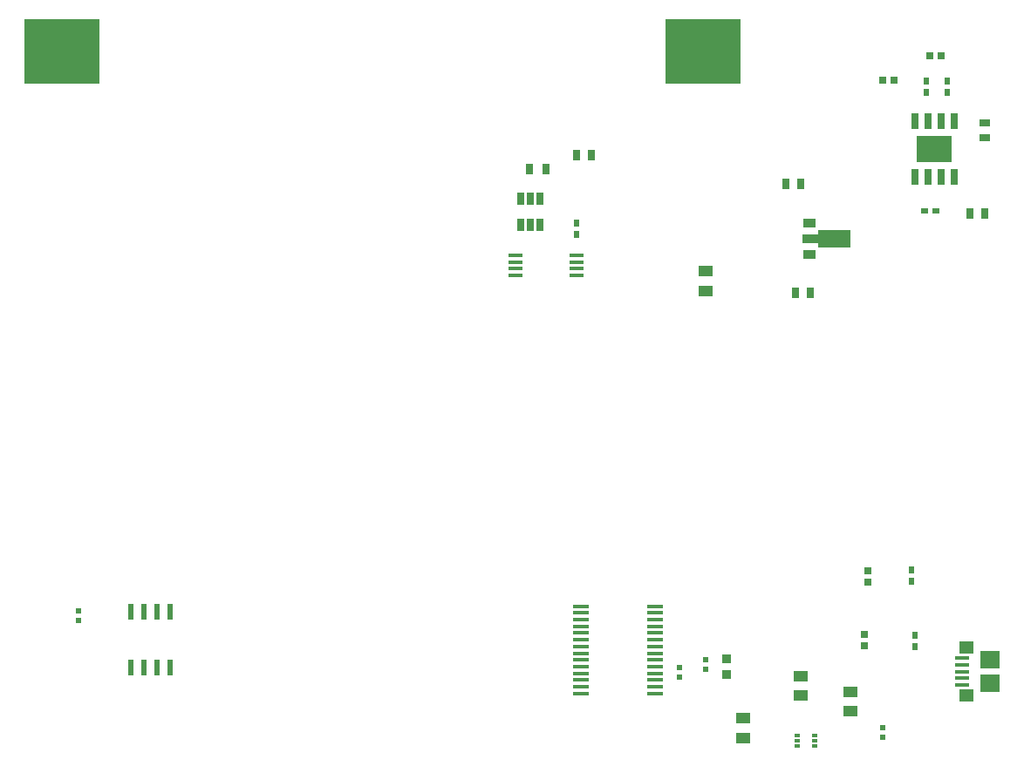
<source format=gbr>
%TF.GenerationSoftware,KiCad,Pcbnew,(6.0.2)*%
%TF.CreationDate,2022-04-08T17:55:27+02:00*%
%TF.ProjectId,main,6d61696e-2e6b-4696-9361-645f70636258,rev?*%
%TF.SameCoordinates,Original*%
%TF.FileFunction,Paste,Top*%
%TF.FilePolarity,Positive*%
%FSLAX46Y46*%
G04 Gerber Fmt 4.6, Leading zero omitted, Abs format (unit mm)*
G04 Created by KiCad (PCBNEW (6.0.2)) date 2022-04-08 17:55:27*
%MOMM*%
%LPD*%
G01*
G04 APERTURE LIST*
G04 Aperture macros list*
%AMFreePoly0*
4,1,9,3.862500,-0.866500,0.737500,-0.866500,0.737500,-0.450000,-0.737500,-0.450000,-0.737500,0.450000,0.737500,0.450000,0.737500,0.866500,3.862500,0.866500,3.862500,-0.866500,3.862500,-0.866500,$1*%
G04 Aperture macros list end*
%ADD10R,0.600000X0.750000*%
%ADD11R,0.650000X0.700000*%
%ADD12R,0.700000X1.525000*%
%ADD13R,3.402000X2.513000*%
%ADD14R,0.620000X0.600000*%
%ADD15R,1.400000X1.000000*%
%ADD16R,0.790000X1.020000*%
%ADD17R,0.750000X0.600000*%
%ADD18R,0.700000X0.650000*%
%ADD19R,0.800000X1.000000*%
%ADD20R,0.475000X0.300000*%
%ADD21R,0.650000X1.200000*%
%ADD22R,7.340000X6.350000*%
%ADD23R,1.400000X0.400000*%
%ADD24R,1.450000X1.150000*%
%ADD25R,1.900000X1.750000*%
%ADD26R,0.600000X1.600000*%
%ADD27R,0.600000X1.550000*%
%ADD28R,1.300000X0.900000*%
%ADD29FreePoly0,0.000000*%
%ADD30R,1.475000X0.450000*%
%ADD31R,0.930000X0.870000*%
%ADD32R,1.500000X0.400000*%
%ADD33R,1.020000X0.790000*%
G04 APERTURE END LIST*
D10*
%TO.C,R4*%
X138730000Y-79000000D03*
X138730000Y-77900000D03*
%TD*%
D11*
%TO.C,D3*%
X166630000Y-117920000D03*
X166630000Y-119020000D03*
%TD*%
D12*
%TO.C,J7*%
X171577000Y-73451000D03*
X172847000Y-73451000D03*
X174117000Y-73451000D03*
X175387000Y-73451000D03*
X175387000Y-68027000D03*
X174117000Y-68027000D03*
X172847000Y-68027000D03*
X171577000Y-68027000D03*
D13*
X173482000Y-70739000D03*
%TD*%
D14*
%TO.C,C10*%
X90380000Y-115640000D03*
X90380000Y-116560000D03*
%TD*%
D11*
%TO.C,D4*%
X166970000Y-112820000D03*
X166970000Y-111720000D03*
%TD*%
D15*
%TO.C,R6*%
X165330000Y-123430000D03*
X165330000Y-125330000D03*
%TD*%
D16*
%TO.C,C2*%
X176953000Y-76962000D03*
X178393000Y-76962000D03*
%TD*%
D17*
%TO.C,R3*%
X173651000Y-76708000D03*
X172551000Y-76708000D03*
%TD*%
D10*
%TO.C,R1*%
X174730000Y-64150000D03*
X174730000Y-65250000D03*
%TD*%
%TO.C,R2*%
X172720000Y-64093000D03*
X172720000Y-65193000D03*
%TD*%
D18*
%TO.C,D2*%
X169530000Y-64010000D03*
X168430000Y-64010000D03*
%TD*%
%TO.C,D1*%
X174150000Y-61640000D03*
X173050000Y-61640000D03*
%TD*%
D19*
%TO.C,R5*%
X134160000Y-72700000D03*
X135760000Y-72700000D03*
%TD*%
D10*
%TO.C,R12*%
X171270000Y-112740000D03*
X171270000Y-111640000D03*
%TD*%
D14*
%TO.C,C7*%
X148717000Y-121999000D03*
X148717000Y-121079000D03*
%TD*%
D20*
%TO.C,IC2*%
X160177400Y-127746736D03*
X160177400Y-128246736D03*
X160177400Y-128746736D03*
X161853400Y-128746736D03*
X161853400Y-128246736D03*
X161853400Y-127746736D03*
%TD*%
D16*
%TO.C,C3*%
X161400000Y-84670000D03*
X159960000Y-84670000D03*
%TD*%
D10*
%TO.C,R11*%
X171560000Y-117940000D03*
X171560000Y-119040000D03*
%TD*%
D15*
%TO.C,R9*%
X151257000Y-82616000D03*
X151257000Y-84516000D03*
%TD*%
D21*
%TO.C,IC1*%
X133270000Y-78090000D03*
X134220000Y-78090000D03*
X135170000Y-78090000D03*
X135170000Y-75590000D03*
X134220000Y-75590000D03*
X133270000Y-75590000D03*
%TD*%
D14*
%TO.C,C6*%
X168440000Y-127890000D03*
X168440000Y-126970000D03*
%TD*%
D22*
%TO.C,U2*%
X151012000Y-61214000D03*
X88802000Y-61214000D03*
%TD*%
D23*
%TO.C,J6*%
X176180000Y-122790000D03*
X176180000Y-122140000D03*
X176180000Y-121490000D03*
X176180000Y-120840000D03*
X176180000Y-120190000D03*
D24*
X176600000Y-123810000D03*
D25*
X178830000Y-122615000D03*
D24*
X176600000Y-119170000D03*
D25*
X178830000Y-120365000D03*
%TD*%
D16*
%TO.C,C5*%
X140190000Y-71310000D03*
X138750000Y-71310000D03*
%TD*%
D26*
%TO.C,U4*%
X95504000Y-121064000D03*
D27*
X96774000Y-121064000D03*
X98044000Y-121064000D03*
X99314000Y-121064000D03*
X99314000Y-115664000D03*
X98044000Y-115664000D03*
X96774000Y-115664000D03*
X95504000Y-115664000D03*
%TD*%
D16*
%TO.C,C1*%
X159030000Y-74140000D03*
X160470000Y-74140000D03*
%TD*%
D28*
%TO.C,U1*%
X161340000Y-77930000D03*
D29*
X161427500Y-79430000D03*
D28*
X161340000Y-80930000D03*
%TD*%
D15*
%TO.C,R8*%
X160507400Y-121920000D03*
X160507400Y-123820000D03*
%TD*%
D30*
%TO.C,Q1*%
X138698000Y-82995000D03*
X138698000Y-82345000D03*
X138698000Y-81695000D03*
X138698000Y-81045000D03*
X132822000Y-81045000D03*
X132822000Y-81695000D03*
X132822000Y-82345000D03*
X132822000Y-82995000D03*
%TD*%
D31*
%TO.C,C8*%
X153289000Y-120251000D03*
X153289000Y-121811000D03*
%TD*%
D14*
%TO.C,C9*%
X151257000Y-120317000D03*
X151257000Y-121237000D03*
%TD*%
D15*
%TO.C,R7*%
X154940000Y-126050000D03*
X154940000Y-127950000D03*
%TD*%
D32*
%TO.C,U3*%
X139123000Y-115155000D03*
X139123000Y-115805000D03*
X139123000Y-116455000D03*
X139123000Y-117105000D03*
X139123000Y-117755000D03*
X139123000Y-118405000D03*
X139123000Y-119055000D03*
X139123000Y-119705000D03*
X139123000Y-120355000D03*
X139123000Y-121005000D03*
X139123000Y-121655000D03*
X139123000Y-122305000D03*
X139123000Y-122955000D03*
X139123000Y-123605000D03*
X146373000Y-123605000D03*
X146373000Y-122955000D03*
X146373000Y-122305000D03*
X146373000Y-121655000D03*
X146373000Y-121005000D03*
X146373000Y-120355000D03*
X146373000Y-119705000D03*
X146373000Y-119055000D03*
X146373000Y-118405000D03*
X146373000Y-117755000D03*
X146373000Y-117105000D03*
X146373000Y-116455000D03*
X146373000Y-115805000D03*
X146373000Y-115155000D03*
%TD*%
D33*
%TO.C,C4*%
X178320000Y-69600000D03*
X178320000Y-68160000D03*
%TD*%
M02*

</source>
